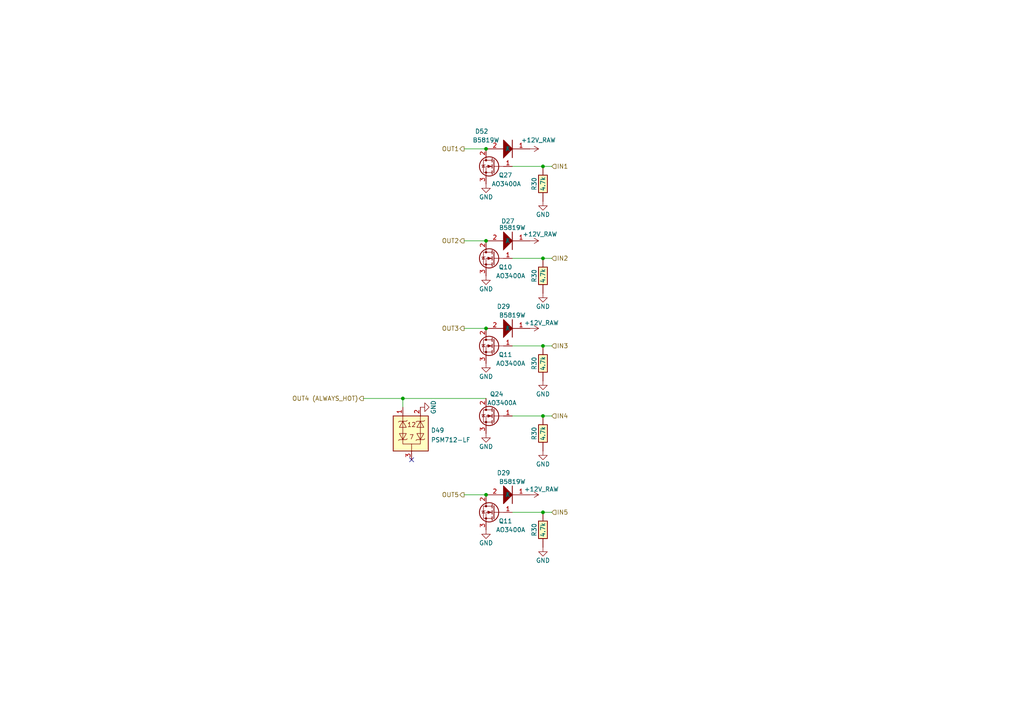
<source format=kicad_sch>
(kicad_sch (version 20230121) (generator eeschema)
  (paper "A4")
  (lib_symbols
    (symbol "Power_Management:PSM712"
      (property "Reference" "D?" (at 3.302 0.9085 0))
      (property "Value" "PSM712" (at 3.302 -1.8666 0))
      (symbol "PSM712_0_0"
        (text "12" (at -2.286 2.54 0) (effects (font (size 1.27 1.27))))
        (text "7" (at -2.286 -1.016 0) (effects (font (size 1.27 1.27))))
      )
      (symbol "PSM712_0_1"
        (rectangle (start -7.62 5.08) (end 2.54 -5.08) (stroke (width 0.254)) (fill (type background)))
        (polyline (pts (xy -4.826 5.08) (xy -4.826 -3.048) (xy -2.286 -3.048)) (stroke (width 0.1524)))
        (polyline (pts (xy -6.096 3.302) (xy -5.842 3.556) (xy -3.81 3.556) (xy -3.556 3.81)) (stroke (width 0.1524)))
        (polyline (pts (xy -4.826 -1.778) (xy -3.81 0) (xy -5.842 0) (xy -4.826 -1.778)) (stroke (width 0.1524)))
        (polyline (pts (xy -4.826 3.556) (xy -5.842 1.778) (xy -3.81 1.778) (xy -4.826 3.556)) (stroke (width 0.1524)))
        (polyline (pts (xy -3.556 -1.524) (xy -3.81 -1.778) (xy -5.842 -1.778) (xy -6.096 -2.032)) (stroke (width 0.1524)))
        (polyline (pts (xy -1.016 3.302) (xy -0.762 3.556) (xy 1.27 3.556) (xy 1.524 3.81)) (stroke (width 0.1524)))
        (polyline (pts (xy 0.254 -1.778) (xy 1.27 0) (xy -0.762 0) (xy 0.254 -1.778)) (stroke (width 0.1524)))
        (polyline (pts (xy 0.254 3.556) (xy -0.762 1.778) (xy 1.27 1.778) (xy 0.254 3.556)) (stroke (width 0.1524)))
        (polyline (pts (xy 0.254 5.08) (xy 0.254 -3.048) (xy -2.286 -3.048) (xy -2.286 -5.08)) (stroke (width 0.1524)))
        (polyline (pts (xy 1.524 -1.524) (xy 1.27 -1.778) (xy -0.762 -1.778) (xy -1.016 -2.032)) (stroke (width 0.1524)))
      )
      (symbol "PSM712_1_1"
        (pin passive line (at -4.826 7.62 270) (length 2.54) (name "") (number "1"))
        (pin passive line (at 0.254 7.62 270) (length 2.54) (name "") (number "2"))
        (pin passive line (at -2.286 -7.62 90) (length 2.54) (name "") (number "3"))
      )
    )
    (symbol "hellen-one-common:+12V_RAW" (power) (pin_names (offset 0))
      (property "Value" "+12V_RAW" (at 0 3.556 0))
      (symbol "+12V_RAW_0_1"
        (polyline (pts (xy -0.762 1.27) (xy 0 2.54)))
        (polyline (pts (xy 0 0) (xy 0 2.54)))
        (polyline (pts (xy 0 2.54) (xy 0.762 1.27)))
      )
      (symbol "+12V_RAW_1_1"
        (pin power_in line (at 0 0 90) (length 0) hide (name "+12V_RAW") (number "1"))
      )
    )
    (symbol "hellen-one-common:1N4148WS"
      (property "Reference" "D" (at 0 2.54 0))
      (property "Value" "1N4148WS" (at 0 -3.81 0))
      (symbol "1N4148WS_1_0"
        (polyline (pts (xy 2.54 2.54) (xy 2.54 -2.54)) (stroke (width 0.254)))
        (polyline (pts (xy 0 -2.54) (xy 2.54 0) (xy 0 2.54) (xy 0 -2.54)) (stroke (width 0.254)) (fill (type outline)))
        (pin passive line (at 7.62 0 180) (length 5.08) (name "K") (number "1"))
        (pin passive line (at -5.08 0 0) (length 5.08) (name "A") (number "2"))
      )
    )
    (symbol "hellen-one-common:MOSFET-N" (pin_names hide)
      (property "Reference" "Q" (at 5.08 6.35 0))
      (property "Value" "MOSFET-N" (at 2.54 3.81 0))
      (symbol "MOSFET-N_0_1"
        (polyline (pts (xy 0.254 0) (xy -2.54 0)))
        (polyline (pts (xy 0.254 1.905) (xy 0.254 -1.905)) (stroke (width 0.254)))
        (polyline (pts (xy 0.762 -1.27) (xy 0.762 -2.286)) (stroke (width 0.254)))
        (polyline (pts (xy 0.762 0.508) (xy 0.762 -0.508)) (stroke (width 0.254)))
        (polyline (pts (xy 0.762 2.286) (xy 0.762 1.27)) (stroke (width 0.254)))
        (polyline (pts (xy 2.54 2.54) (xy 2.54 1.778)))
        (polyline (pts (xy 2.54 -2.54) (xy 2.54 0) (xy 0.762 0)))
        (polyline (pts (xy 0.762 -1.778) (xy 3.302 -1.778) (xy 3.302 1.778) (xy 0.762 1.778)))
        (polyline (pts (xy 1.016 0) (xy 2.032 0.381) (xy 2.032 -0.381) (xy 1.016 0)) (fill (type outline)))
        (polyline (pts (xy 2.794 0.508) (xy 2.921 0.381) (xy 3.683 0.381) (xy 3.81 0.254)))
        (polyline (pts (xy 3.302 0.381) (xy 2.921 -0.254) (xy 3.683 -0.254) (xy 3.302 0.381)))
        (circle (center 1.651 0) (radius 2.794) (stroke (width 0.254)))
        (circle (center 2.54 -1.778) (radius 0.254) (fill (type outline)))
        (circle (center 2.54 1.778) (radius 0.254) (fill (type outline)))
      )
      (symbol "MOSFET-N_1_1"
        (pin input line (at -5.08 0 0) (length 2.54) (name "G") (number "1"))
        (pin passive line (at 2.54 5.08 270) (length 2.54) (name "D") (number "2"))
        (pin passive line (at 2.54 -5.08 90) (length 2.54) (name "S") (number "3"))
      )
    )
    (symbol "hellen-one-common:Res" (pin_numbers hide)
      (property "Reference" "R" (at 3.81 2.54 0))
      (property "Value" "Res" (at 5.08 -2.54 0))
      (symbol "Res_1_0"
        (rectangle (start 2.54 -1.27) (end 7.62 1.27) (stroke (width 0.254)) (fill (type background)))
        (pin passive line (at 0 0 0) (length 2.54) (name "") (number "1"))
        (pin passive line (at 10.16 0 180) (length 2.54) (name "") (number "2"))
      )
    )
    (symbol "power:GND" (power) (pin_names (offset 0))
      (property "Value" "GND" (at 0 -3.81 0))
      (symbol "GND_0_1"
        (polyline (pts (xy 0 0) (xy 0 -1.27) (xy 1.27 -1.27) (xy 0 -2.54) (xy -1.27 -1.27) (xy 0 -1.27)))
      )
      (symbol "GND_1_1"
        (pin power_in line (at 0 0 270) (length 0) hide (name "GND") (number "1"))
      )
    )
  )
  (junction (at 116.84 115.57))
  (junction (at 140.97 43.18))
  (junction (at 140.97 143.51))
  (junction (at 157.48 148.59))
  (junction (at 157.48 100.33))
  (junction (at 140.97 69.85))
  (junction (at 157.48 74.93))
  (junction (at 157.48 120.65))
  (junction (at 157.48 48.26))
  (junction (at 140.97 95.25))
  (no_connect (at 119.38 133.35))
  (wire (pts (xy 148.59 48.26) (xy 157.48 48.26)))
  (wire (pts (xy 157.48 74.93) (xy 160.02 74.93)))
  (wire (pts (xy 134.62 43.18) (xy 140.97 43.18)))
  (wire (pts (xy 134.62 69.85) (xy 140.97 69.85)))
  (wire (pts (xy 148.59 74.93) (xy 157.48 74.93)))
  (wire (pts (xy 157.48 120.65) (xy 160.02 120.65)))
  (wire (pts (xy 134.62 143.51) (xy 140.97 143.51)))
  (wire (pts (xy 116.84 115.57) (xy 140.97 115.57)))
  (wire (pts (xy 157.48 148.59) (xy 160.02 148.59)))
  (wire (pts (xy 116.84 115.57) (xy 116.84 118.11)))
  (wire (pts (xy 105.41 115.57) (xy 116.84 115.57)))
  (wire (pts (xy 134.62 95.25) (xy 140.97 95.25)))
  (wire (pts (xy 148.59 100.33) (xy 157.48 100.33)))
  (wire (pts (xy 148.59 148.59) (xy 157.48 148.59)))
  (wire (pts (xy 157.48 48.26) (xy 160.02 48.26)))
  (wire (pts (xy 157.48 100.33) (xy 160.02 100.33)))
  (wire (pts (xy 148.59 120.65) (xy 157.48 120.65)))
  (hierarchical_label "OUT1" (shape output) (at 134.62 43.18 180))
  (hierarchical_label "IN5" (shape input) (at 160.02 148.59 0))
  (hierarchical_label "IN3" (shape input) (at 160.02 100.33 0))
  (hierarchical_label "OUT5" (shape output) (at 134.62 143.51 180))
  (hierarchical_label "OUT4 (ALWAYS_HOT)" (shape output) (at 105.41 115.57 180))
  (hierarchical_label "OUT3" (shape output) (at 134.62 95.25 180))
  (hierarchical_label "IN4" (shape input) (at 160.02 120.65 0))
  (hierarchical_label "IN1" (shape input) (at 160.02 48.26 0))
  (hierarchical_label "OUT2" (shape output) (at 134.62 69.85 180))
  (hierarchical_label "IN2" (shape input) (at 160.02 74.93 0))
  (symbol (lib_id "hellen-one-common:Res") (at 157.48 148.59 90) (mirror x) (unit 1)
    (property "Reference" "R30" (at 154.94 153.67 0))
    (property "Value" "4.7k" (at 157.48 153.67 0))
    (property "Footprint" "hellen-one-common:R0603" (effects hide))
    (property "LCSC" "C23162" (effects hide))
    (instances (project "alphax_8ch" (path "" (reference "R30") (unit 1)) (path "" (reference "R208") (unit 1))))
  )
  (symbol (lib_id "hellen-one-common:+12V_RAW") (at 153.67 143.51 270) (mirror x) (unit 1)
    (property "Reference" "#PWR069" (effects hide))
    (property "Value" "+12V_RAW" (at 152.005 141.9091 90) (effects (justify left)))
    (instances (project "alphax_8ch" (path "" (reference "#PWR069") (unit 1)) (path "" (reference "#PWR0354") (unit 1))))
  )
  (symbol (lib_id "hellen-one-common:Res") (at 157.48 100.33 90) (mirror x) (unit 1)
    (property "Reference" "R30" (at 154.94 105.41 0))
    (property "Value" "4.7k" (at 157.48 105.41 0))
    (property "Footprint" "hellen-one-common:R0603" (effects hide))
    (property "LCSC" "C23162" (effects hide))
    (instances (project "alphax_8ch" (path "" (reference "R30") (unit 1)) (path "" (reference "R206") (unit 1))))
  )
  (symbol (lib_id "power:GND") (at 121.92 118.11 90) (mirror x) (unit 1)
    (property "Reference" "#PWR0140" (effects hide))
    (property "Value" "GND" (at 125.73 118.11 0))
    (instances (project "alphax_8ch" (path "" (reference "#PWR0140") (unit 1)) (path "" (reference "#PWR0341") (unit 1))))
  )
  (symbol (lib_id "hellen-one-common:1N4148WS") (at 146.05 69.85 0) (unit 1)
    (property "Reference" "D27" (at 147.32 64.135 0))
    (property "Value" "B5819W" (at 148.59 66.04 0))
    (property "Footprint" "hellen-one-common:SOD-123" (effects hide))
    (property "LCSC" "C8598" (effects hide))
    (instances (project "alphax_8ch" (path "" (reference "D27") (unit 1)) (path "" (reference "D89") (unit 1))))
  )
  (symbol (lib_id "power:GND") (at 157.48 58.42 0) (unit 1)
    (property "Reference" "#PWR035" (effects hide))
    (property "Value" "GND" (at 157.48 62.23 0))
    (instances (project "alphax_8ch" (path "" (reference "#PWR035") (unit 1)) (path "" (reference "#PWR0349") (unit 1))))
  )
  (symbol (lib_id "power:GND") (at 140.97 53.34 0) (mirror y) (unit 1)
    (property "Reference" "#PWR0122" (effects hide))
    (property "Value" "GND" (at 140.97 57.15 0))
    (instances (project "alphax_8ch" (path "" (reference "#PWR0122") (unit 1)) (path "" (reference "#PWR0342") (unit 1))))
  )
  (symbol (lib_id "hellen-one-common:Res") (at 157.48 48.26 90) (mirror x) (unit 1)
    (property "Reference" "R30" (at 154.94 53.34 0))
    (property "Value" "4.7k" (at 157.48 53.34 0))
    (property "Footprint" "hellen-one-common:R0603" (effects hide))
    (property "LCSC" "C23162" (effects hide))
    (instances (project "alphax_8ch" (path "" (reference "R30") (unit 1)) (path "" (reference "R204") (unit 1))))
  )
  (symbol (lib_id "hellen-one-common:Res") (at 157.48 74.93 90) (mirror x) (unit 1)
    (property "Reference" "R30" (at 154.94 80.01 0))
    (property "Value" "4.7k" (at 157.48 80.01 0))
    (property "Footprint" "hellen-one-common:R0603" (effects hide))
    (property "LCSC" "C23162" (effects hide))
    (instances (project "alphax_8ch" (path "" (reference "R30") (unit 1)) (path "" (reference "R205") (unit 1))))
  )
  (symbol (lib_id "power:GND") (at 140.97 80.01 0) (mirror y) (unit 1)
    (property "Reference" "#PWR042" (effects hide))
    (property "Value" "GND" (at 140.97 83.82 0))
    (instances (project "alphax_8ch" (path "" (reference "#PWR042") (unit 1)) (path "" (reference "#PWR0343") (unit 1))))
  )
  (symbol (lib_id "hellen-one-common:1N4148WS") (at 146.05 95.25 0) (unit 1)
    (property "Reference" "D29" (at 146.05 88.9 0))
    (property "Value" "B5819W" (at 148.59 91.44 0))
    (property "Footprint" "hellen-one-common:SOD-123" (effects hide))
    (property "LCSC" "C8598" (effects hide))
    (instances (project "alphax_8ch" (path "" (reference "D29") (unit 1)) (path "" (reference "D90") (unit 1))))
  )
  (symbol (lib_id "power:GND") (at 140.97 153.67 0) (mirror y) (unit 1)
    (property "Reference" "#PWR053" (effects hide))
    (property "Value" "GND" (at 140.97 157.48 0))
    (instances (project "alphax_8ch" (path "" (reference "#PWR053") (unit 1)) (path "" (reference "#PWR0353") (unit 1))))
  )
  (symbol (lib_id "hellen-one-common:MOSFET-N") (at 143.51 74.93 0) (mirror y) (unit 1)
    (property "Reference" "Q10" (at 148.59 77.47 0) (effects (justify left)))
    (property "Value" "AO3400A" (at 152.4 80.01 0) (effects (justify left)))
    (property "Footprint" "hellen-one-common:SOT-23" (effects hide))
    (property "LCSC" " C20917" (effects hide))
    (instances (project "alphax_8ch" (path "" (reference "Q10") (unit 1)) (path "" (reference "Q50") (unit 1))))
  )
  (symbol (lib_id "power:GND") (at 140.97 125.73 0) (mirror y) (unit 1)
    (property "Reference" "#PWR0123" (effects hide))
    (property "Value" "GND" (at 140.97 129.54 0))
    (instances (project "alphax_8ch" (path "" (reference "#PWR0123") (unit 1)) (path "" (reference "#PWR0345") (unit 1))))
  )
  (symbol (lib_id "power:GND") (at 157.48 158.75 0) (unit 1)
    (property "Reference" "#PWR035" (effects hide))
    (property "Value" "GND" (at 157.48 162.56 0))
    (instances (project "alphax_8ch" (path "" (reference "#PWR035") (unit 1)) (path "" (reference "#PWR0355") (unit 1))))
  )
  (symbol (lib_id "hellen-one-common:MOSFET-N") (at 143.51 48.26 0) (mirror y) (unit 1)
    (property "Reference" "Q27" (at 148.59 50.8 0) (effects (justify left)))
    (property "Value" "AO3400A" (at 151.13 53.34 0) (effects (justify left)))
    (property "Footprint" "hellen-one-common:SOT-23" (effects hide))
    (property "LCSC" " C20917" (effects hide))
    (instances (project "alphax_8ch" (path "" (reference "Q27") (unit 1)) (path "" (reference "Q49") (unit 1))))
  )
  (symbol (lib_id "power:GND") (at 157.48 110.49 0) (unit 1)
    (property "Reference" "#PWR035" (effects hide))
    (property "Value" "GND" (at 157.48 114.3 0))
    (instances (project "alphax_8ch" (path "" (reference "#PWR035") (unit 1)) (path "" (reference "#PWR0351") (unit 1))))
  )
  (symbol (lib_id "hellen-one-common:MOSFET-N") (at 143.51 120.65 0) (mirror y) (unit 1)
    (property "Reference" "Q24" (at 146.05 114.3 0) (effects (justify left)))
    (property "Value" "AO3400A" (at 149.86 116.84 0) (effects (justify left)))
    (property "Footprint" "hellen-one-common:SOT-23" (effects hide))
    (property "LCSC" " C20917" (effects hide))
    (instances (project "alphax_8ch" (path "" (reference "Q24") (unit 1)) (path "" (reference "Q52") (unit 1))))
  )
  (symbol (lib_id "hellen-one-common:1N4148WS") (at 146.05 43.18 0) (unit 1)
    (property "Reference" "D52" (at 139.7 38.1 0))
    (property "Value" "B5819W" (at 140.97 40.64 0))
    (property "Footprint" "hellen-one-common:SOD-123" (effects hide))
    (property "LCSC" "C8598" (effects hide))
    (instances (project "alphax_8ch" (path "" (reference "D52") (unit 1)) (path "" (reference "D88") (unit 1))))
  )
  (symbol (lib_id "power:GND") (at 157.48 85.09 0) (unit 1)
    (property "Reference" "#PWR035" (effects hide))
    (property "Value" "GND" (at 157.48 88.9 0))
    (instances (project "alphax_8ch" (path "" (reference "#PWR035") (unit 1)) (path "" (reference "#PWR0350") (unit 1))))
  )
  (symbol (lib_id "Power_Management:PSM712") (at 121.666 125.73 0) (unit 1)
    (property "Reference" "D49" (at 124.968 124.8215 0) (effects (justify left)))
    (property "Value" "PSM712-LF" (at 124.968 127.5966 0) (effects (justify left)))
    (property "Footprint" "hellen-one-common:SOT-23" (effects hide))
    (property "Datasheet" "https://datasheet.lcsc.com/lcsc/1811061632_ProTek-Devices-PSM712-LF-T7_C32677.pdf" (effects hide))
    (property "LCSC" "C32677" (effects hide))
    (instances (project "alphax_8ch" (path "" (reference "D49") (unit 1)) (path "" (reference "D87") (unit 1))))
  )
  (symbol (lib_id "hellen-one-common:+12V_RAW") (at 153.67 95.25 270) (mirror x) (unit 1)
    (property "Reference" "#PWR069" (effects hide))
    (property "Value" "+12V_RAW" (at 152.005 93.6491 90) (effects (justify left)))
    (instances (project "alphax_8ch" (path "" (reference "#PWR069") (unit 1)) (path "" (reference "#PWR0348") (unit 1))))
  )
  (symbol (lib_id "hellen-one-common:MOSFET-N") (at 143.51 148.59 0) (mirror y) (unit 1)
    (property "Reference" "Q11" (at 148.59 151.13 0) (effects (justify left)))
    (property "Value" "AO3400A" (at 152.4 153.67 0) (effects (justify left)))
    (property "Footprint" "hellen-one-common:SOT-23" (effects hide))
    (property "LCSC" " C20917" (effects hide))
    (instances (project "alphax_8ch" (path "" (reference "Q11") (unit 1)) (path "" (reference "Q53") (unit 1))))
  )
  (symbol (lib_id "power:GND") (at 140.97 105.41 0) (mirror y) (unit 1)
    (property "Reference" "#PWR053" (effects hide))
    (property "Value" "GND" (at 140.97 109.22 0))
    (instances (project "alphax_8ch" (path "" (reference "#PWR053") (unit 1)) (path "" (reference "#PWR0344") (unit 1))))
  )
  (symbol (lib_id "power:GND") (at 157.48 130.81 0) (unit 1)
    (property "Reference" "#PWR035" (effects hide))
    (property "Value" "GND" (at 157.48 134.62 0))
    (instances (project "alphax_8ch" (path "" (reference "#PWR035") (unit 1)) (path "" (reference "#PWR0352") (unit 1))))
  )
  (symbol (lib_id "hellen-one-common:1N4148WS") (at 146.05 143.51 0) (unit 1)
    (property "Reference" "D29" (at 146.05 137.16 0))
    (property "Value" "B5819W" (at 148.59 139.7 0))
    (property "Footprint" "hellen-one-common:SOD-123" (effects hide))
    (property "LCSC" "C8598" (effects hide))
    (instances (project "alphax_8ch" (path "" (reference "D29") (unit 1)) (path "" (reference "D91") (unit 1))))
  )
  (symbol (lib_id "hellen-one-common:MOSFET-N") (at 143.51 100.33 0) (mirror y) (unit 1)
    (property "Reference" "Q11" (at 148.59 102.87 0) (effects (justify left)))
    (property "Value" "AO3400A" (at 152.4 105.41 0) (effects (justify left)))
    (property "Footprint" "hellen-one-common:SOT-23" (effects hide))
    (property "LCSC" " C20917" (effects hide))
    (instances (project "alphax_8ch" (path "" (reference "Q11") (unit 1)) (path "" (reference "Q51") (unit 1))))
  )
  (symbol (lib_id "hellen-one-common:+12V_RAW") (at 153.67 43.18 270) (mirror x) (unit 1)
    (property "Reference" "#PWR0121" (effects hide))
    (property "Value" "+12V_RAW" (at 151.13 40.64 90) (effects (justify left)))
    (instances (project "alphax_8ch" (path "" (reference "#PWR0121") (unit 1)) (path "" (reference "#PWR0346") (unit 1))))
  )
  (symbol (lib_id "hellen-one-common:Res") (at 157.48 120.65 90) (mirror x) (unit 1)
    (property "Reference" "R30" (at 154.94 125.73 0))
    (property "Value" "4.7k" (at 157.48 125.73 0))
    (property "Footprint" "hellen-one-common:R0603" (effects hide))
    (property "LCSC" "C23162" (effects hide))
    (instances (project "alphax_8ch" (path "" (reference "R30") (unit 1)) (path "" (reference "R207") (unit 1))))
  )
  (symbol (lib_id "hellen-one-common:+12V_RAW") (at 153.67 69.85 270) (mirror x) (unit 1)
    (property "Reference" "#PWR049" (effects hide))
    (property "Value" "+12V_RAW" (at 151.5622 67.9384 90) (effects (justify left)))
    (instances (project "alphax_8ch" (path "" (reference "#PWR049") (unit 1)) (path "" (reference "#PWR0347") (unit 1))))
  )
)
</source>
